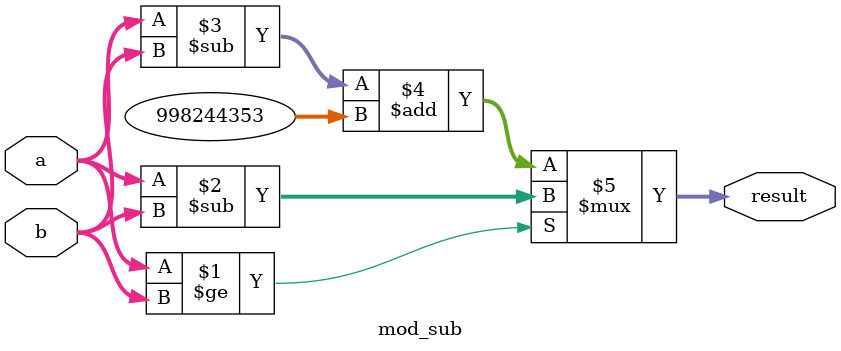
<source format=v>
module mod_sub #(parameter WIDTH = 32, MOD = 998244353) (
    input [WIDTH-1:0] a, b, 
    output [WIDTH-1:0] result
);
    assign result = (a >= b) ?
                    a - b :
                    a - b + MOD;
endmodule

/*
In this design, since all operands are restricted to the modular range [0, MOD−1]
and MOD < 2^31, the expression a + MOD does not overflow a 32-bit wire.
Therefore, no width extension is necessary for correctness.”
*/
</source>
